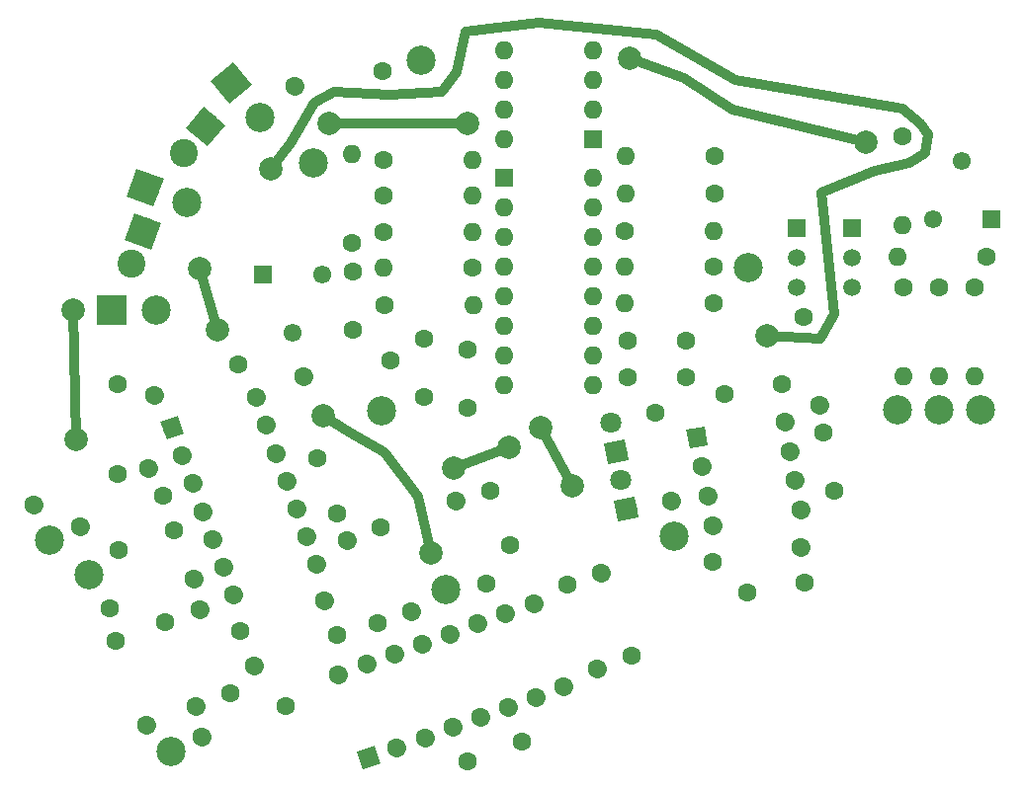
<source format=gbr>
G04 #@! TF.GenerationSoftware,KiCad,Pcbnew,(5.1.2-1)-1*
G04 #@! TF.CreationDate,2022-01-06T11:26:16-05:00*
G04 #@! TF.ProjectId,MS20_Filter_Clone,4d533230-5f46-4696-9c74-65725f436c6f,rev?*
G04 #@! TF.SameCoordinates,Original*
G04 #@! TF.FileFunction,Copper,L1,Top*
G04 #@! TF.FilePolarity,Positive*
%FSLAX46Y46*%
G04 Gerber Fmt 4.6, Leading zero omitted, Abs format (unit mm)*
G04 Created by KiCad (PCBNEW (5.1.2-1)-1) date 2022-01-06 11:26:16*
%MOMM*%
%LPD*%
G04 APERTURE LIST*
%ADD10C,1.998980*%
%ADD11C,2.499360*%
%ADD12R,1.500000X1.500000*%
%ADD13C,1.500000*%
%ADD14C,1.600000*%
%ADD15C,2.400000*%
%ADD16C,0.100000*%
%ADD17C,1.800000*%
%ADD18R,2.499360X2.499360*%
%ADD19C,1.600000*%
%ADD20O,1.600000X1.600000*%
%ADD21C,1.550000*%
%ADD22R,1.550000X1.550000*%
%ADD23R,1.600000X1.600000*%
%ADD24C,0.812800*%
G04 APERTURE END LIST*
D10*
X35160000Y-28210000D03*
X77710000Y-42490000D03*
X40170000Y-24320000D03*
X52030000Y-24290000D03*
X86150000Y-25920000D03*
X65890000Y-18770000D03*
X18500000Y-51420000D03*
X18230000Y-40320000D03*
X29070000Y-36770000D03*
X30630000Y-41990000D03*
X39690000Y-49350000D03*
X48900000Y-61150000D03*
X61010000Y-55390000D03*
X58260000Y-50440000D03*
X55570000Y-52110000D03*
X50840000Y-53850000D03*
D11*
X26640000Y-78200000D03*
X16171947Y-60058077D03*
X48006026Y-18929523D03*
D12*
X80170000Y-33270000D03*
D13*
X80170000Y-38350000D03*
X80170000Y-35810000D03*
D12*
X84979999Y-33300001D03*
D13*
X84979999Y-38380001D03*
X84979999Y-35840001D03*
D14*
X83395550Y-55784887D03*
X82527309Y-50860848D03*
X42170000Y-37010000D03*
X42170000Y-42010000D03*
X65730000Y-42930000D03*
X70730000Y-42930000D03*
X48300000Y-47750000D03*
X48300000Y-42750000D03*
X22139892Y-60929471D03*
X26838355Y-59219370D03*
X55657931Y-60510351D03*
X53947830Y-55811888D03*
X74004755Y-47560635D03*
X78928794Y-46692394D03*
X65720000Y-46050000D03*
X70720000Y-46050000D03*
D15*
X29595517Y-24620431D03*
D16*
G36*
X29447609Y-22929833D02*
G01*
X31286115Y-24472523D01*
X29743425Y-26311029D01*
X27904919Y-24768339D01*
X29447609Y-22929833D01*
X29447609Y-22929833D01*
G37*
D15*
X27717935Y-26858047D03*
D14*
X75948203Y-64571595D03*
X80872242Y-63703354D03*
X51992225Y-79062954D03*
X56690688Y-77352853D03*
X39133301Y-53031049D03*
X40843402Y-57729512D03*
X52000000Y-48720000D03*
X52000000Y-43720000D03*
D15*
X23212853Y-36332063D03*
X24211894Y-33587220D03*
D16*
G36*
X23494687Y-32049165D02*
G01*
X25749949Y-32870013D01*
X24929101Y-35125275D01*
X22673839Y-34304427D01*
X23494687Y-32049165D01*
X23494687Y-32049165D01*
G37*
D17*
X65619986Y-57365595D03*
D16*
G36*
X66662596Y-58095639D02*
G01*
X64889942Y-58408205D01*
X64577376Y-56635551D01*
X66350030Y-56322985D01*
X66662596Y-58095639D01*
X66662596Y-58095639D01*
G37*
D17*
X65178920Y-54864183D03*
X64317625Y-49979537D03*
X64758691Y-52480949D03*
D16*
G36*
X65801301Y-53210993D02*
G01*
X64028647Y-53523559D01*
X63716081Y-51750905D01*
X65488735Y-51438339D01*
X65801301Y-53210993D01*
X65801301Y-53210993D01*
G37*
D11*
X95980000Y-48900001D03*
X92400000Y-48889999D03*
X76050000Y-36690000D03*
X38770000Y-27720000D03*
X88819999Y-48890001D03*
X44670000Y-49000000D03*
X31790000Y-20860000D03*
D16*
G36*
X30029411Y-20705968D02*
G01*
X31944032Y-19099411D01*
X33550589Y-21014032D01*
X31635968Y-22620589D01*
X30029411Y-20705968D01*
X30029411Y-20705968D01*
G37*
D11*
X34239021Y-23778629D03*
X19577434Y-63011441D03*
X27959999Y-31140000D03*
X24379770Y-29836903D03*
D16*
G36*
X22778039Y-30583802D02*
G01*
X23632871Y-28235172D01*
X25981501Y-29090004D01*
X25126669Y-31438634D01*
X22778039Y-30583802D01*
X22778039Y-30583802D01*
G37*
D18*
X21570000Y-40350000D03*
D11*
X25380000Y-40350000D03*
X69707670Y-59701260D03*
X50178347Y-64313858D03*
D14*
X80793157Y-40910816D03*
X82116356Y-48415051D03*
D19*
X82116356Y-48415051D02*
X82116356Y-48415051D01*
D14*
X65500000Y-33530000D03*
D20*
X73120000Y-33530000D03*
D14*
X95490000Y-38390001D03*
D20*
X95490000Y-46010001D03*
X44840000Y-36720000D03*
D14*
X52460000Y-36720000D03*
D20*
X65490000Y-36630000D03*
D14*
X73110000Y-36630000D03*
D20*
X52450000Y-33610000D03*
D14*
X44830000Y-33610000D03*
D20*
X92400000Y-46000001D03*
D14*
X92400000Y-38380001D03*
X42120000Y-34590000D03*
D20*
X42120000Y-26970000D03*
D14*
X73110000Y-39770000D03*
D20*
X65490000Y-39770000D03*
X65550000Y-30340000D03*
D14*
X73170000Y-30340000D03*
X73180000Y-27120000D03*
D20*
X65560000Y-27120000D03*
D14*
X96490001Y-35720000D03*
D20*
X88870001Y-35720000D03*
D14*
X44870000Y-39870000D03*
D20*
X52490000Y-39870000D03*
X52440000Y-30500000D03*
D14*
X44820000Y-30500000D03*
X44810000Y-27420000D03*
D20*
X52430000Y-27420000D03*
X89260000Y-33080000D03*
D14*
X89260000Y-25460000D03*
X89309997Y-38380000D03*
D20*
X89309997Y-46000000D03*
D14*
X37935765Y-45973199D03*
D19*
X37935765Y-45973199D02*
X37935765Y-45973199D01*
D14*
X45440000Y-44650000D03*
X69437567Y-56672144D03*
D19*
X69437567Y-56672144D02*
X69437567Y-56672144D01*
D14*
X68114368Y-49167909D03*
X73030133Y-61958615D03*
X80534368Y-60635416D03*
D19*
X80534368Y-60635416D02*
X80534368Y-60635416D01*
D14*
X24639372Y-53879429D03*
D19*
X24639372Y-53879429D02*
X24639372Y-53879429D01*
D14*
X22033179Y-46718971D03*
X31654207Y-73152524D03*
X29048014Y-65992066D03*
D19*
X29048014Y-65992066D02*
X29048014Y-65992066D01*
D14*
X32345615Y-44966205D03*
X25185157Y-47572398D03*
D19*
X25185157Y-47572398D02*
X25185157Y-47572398D01*
D14*
X18792757Y-58838136D03*
D19*
X18792757Y-58838136D02*
X18792757Y-58838136D01*
D14*
X25953215Y-56231943D03*
X32543738Y-67848410D03*
X39704196Y-65242217D03*
D19*
X39704196Y-65242217D02*
X39704196Y-65242217D01*
D14*
X63449502Y-62825071D03*
D19*
X63449502Y-62825071D02*
X63449502Y-62825071D01*
D14*
X66055695Y-69985529D03*
X28554261Y-63319781D03*
D19*
X28554261Y-63319781D02*
X28554261Y-63319781D01*
D14*
X21393803Y-65925974D03*
X28745442Y-74253795D03*
D19*
X28745442Y-74253795D02*
X28745442Y-74253795D01*
D14*
X26139249Y-67093337D03*
X63139226Y-71036395D03*
D19*
X63139226Y-71036395D02*
X63139226Y-71036395D01*
D14*
X60533033Y-63875937D03*
X44731206Y-19821744D03*
X37226971Y-21144943D03*
D19*
X37226971Y-21144943D02*
X37226971Y-21144943D01*
D14*
X40861018Y-68215894D03*
X33700560Y-70822087D03*
D19*
X33700560Y-70822087D02*
X33700560Y-70822087D01*
D14*
X36405630Y-74307070D03*
X29245172Y-76913263D03*
D19*
X29245172Y-76913263D02*
X29245172Y-76913263D01*
D14*
X14857035Y-56971670D03*
D19*
X14857035Y-56971670D02*
X14857035Y-56971670D01*
D14*
X22017493Y-54365477D03*
X51009943Y-56657714D03*
D19*
X51009943Y-56657714D02*
X51009943Y-56657714D01*
D14*
X53616136Y-63818172D03*
X41681352Y-60031760D03*
D19*
X41681352Y-60031760D02*
X41681352Y-60031760D01*
D14*
X44287545Y-67192218D03*
X21907610Y-68702538D03*
X24513803Y-75862996D03*
D19*
X24513803Y-75862996D02*
X24513803Y-75862996D01*
D14*
X44600375Y-58958681D03*
X47206568Y-66119139D03*
D19*
X47206568Y-66119139D02*
X47206568Y-66119139D01*
D21*
X94370000Y-27540001D03*
D22*
X96870000Y-32540001D03*
D21*
X91870000Y-32540001D03*
X39530000Y-37280000D03*
D22*
X34530000Y-37280000D03*
D21*
X37030000Y-42280000D03*
D14*
X71678417Y-51240507D03*
D16*
G36*
X71029489Y-52167272D02*
G01*
X70751652Y-50591579D01*
X72327345Y-50313742D01*
X72605182Y-51889435D01*
X71029489Y-52167272D01*
X71029489Y-52167272D01*
G37*
D14*
X80505851Y-57421543D03*
D19*
X80505851Y-57421543D02*
X80505851Y-57421543D01*
D14*
X72119483Y-53741919D03*
D19*
X72119483Y-53741919D02*
X72119483Y-53741919D01*
D14*
X80064785Y-54920131D03*
D19*
X80064785Y-54920131D02*
X80064785Y-54920131D01*
D14*
X72560550Y-56243330D03*
D19*
X72560550Y-56243330D02*
X72560550Y-56243330D01*
D14*
X79623718Y-52418720D03*
D19*
X79623718Y-52418720D02*
X79623718Y-52418720D01*
D14*
X73001616Y-58744742D03*
D19*
X73001616Y-58744742D02*
X73001616Y-58744742D01*
D14*
X79182652Y-49917308D03*
D19*
X79182652Y-49917308D02*
X79182652Y-49917308D01*
D20*
X62780000Y-29010000D03*
X55160000Y-46790000D03*
X62780000Y-31550000D03*
X55160000Y-44250000D03*
X62780000Y-34090000D03*
X55160000Y-41710000D03*
X62780000Y-36630000D03*
X55160000Y-39170000D03*
X62780000Y-39170000D03*
X55160000Y-36630000D03*
X62780000Y-41710000D03*
X55160000Y-34090000D03*
X62780000Y-44250000D03*
X55160000Y-31550000D03*
X62780000Y-46790000D03*
D23*
X55160000Y-29010000D03*
D20*
X55150000Y-25670000D03*
X62770000Y-18050000D03*
X55150000Y-23130000D03*
X62770000Y-20590000D03*
X55150000Y-20590000D03*
X62770000Y-23130000D03*
X55150000Y-18050000D03*
D23*
X62770000Y-25670000D03*
D14*
X26717857Y-50409270D03*
D16*
G36*
X26239719Y-51434640D02*
G01*
X25692487Y-49931132D01*
X27195995Y-49383900D01*
X27743227Y-50887408D01*
X26239719Y-51434640D01*
X26239719Y-51434640D01*
G37*
D14*
X39090702Y-62123992D03*
D19*
X39090702Y-62123992D02*
X39090702Y-62123992D01*
D14*
X27586588Y-52796089D03*
D19*
X27586588Y-52796089D02*
X27586588Y-52796089D01*
D14*
X38221971Y-59737173D03*
D19*
X38221971Y-59737173D02*
X38221971Y-59737173D01*
D14*
X28455319Y-55182909D03*
D19*
X28455319Y-55182909D02*
X28455319Y-55182909D01*
D14*
X37353239Y-57350354D03*
D19*
X37353239Y-57350354D02*
X37353239Y-57350354D01*
D14*
X29324050Y-57569728D03*
D19*
X29324050Y-57569728D02*
X29324050Y-57569728D01*
D14*
X36484508Y-54963534D03*
D19*
X36484508Y-54963534D02*
X36484508Y-54963534D01*
D14*
X30192782Y-59956547D03*
D19*
X30192782Y-59956547D02*
X30192782Y-59956547D01*
D14*
X35615777Y-52576715D03*
D19*
X35615777Y-52576715D02*
X35615777Y-52576715D01*
D14*
X31061513Y-62343366D03*
D19*
X31061513Y-62343366D02*
X31061513Y-62343366D01*
D14*
X34747046Y-50189896D03*
D19*
X34747046Y-50189896D02*
X34747046Y-50189896D01*
D14*
X31930244Y-64730186D03*
D19*
X31930244Y-64730186D02*
X31930244Y-64730186D01*
D14*
X33878315Y-47803077D03*
D19*
X33878315Y-47803077D02*
X33878315Y-47803077D01*
D14*
X43557898Y-78695505D03*
D16*
G36*
X44583268Y-79173643D02*
G01*
X43079760Y-79720875D01*
X42532528Y-78217367D01*
X44036036Y-77670135D01*
X44583268Y-79173643D01*
X44583268Y-79173643D01*
G37*
D14*
X57659439Y-65453929D03*
D19*
X57659439Y-65453929D02*
X57659439Y-65453929D01*
D14*
X45944717Y-77826774D03*
D19*
X45944717Y-77826774D02*
X45944717Y-77826774D01*
D14*
X55272620Y-66322660D03*
D19*
X55272620Y-66322660D02*
X55272620Y-66322660D01*
D14*
X48331537Y-76958043D03*
D19*
X48331537Y-76958043D02*
X48331537Y-76958043D01*
D14*
X52885801Y-67191391D03*
D19*
X52885801Y-67191391D02*
X52885801Y-67191391D01*
D14*
X50718356Y-76089312D03*
D19*
X50718356Y-76089312D02*
X50718356Y-76089312D01*
D14*
X50498982Y-68060123D03*
D19*
X50498982Y-68060123D02*
X50498982Y-68060123D01*
D14*
X53105175Y-75220580D03*
D19*
X53105175Y-75220580D02*
X53105175Y-75220580D01*
D14*
X48112162Y-68928854D03*
D19*
X48112162Y-68928854D02*
X48112162Y-68928854D01*
D14*
X55491994Y-74351849D03*
D19*
X55491994Y-74351849D02*
X55491994Y-74351849D01*
D14*
X45725343Y-69797585D03*
D19*
X45725343Y-69797585D02*
X45725343Y-69797585D01*
D14*
X57878814Y-73483118D03*
D19*
X57878814Y-73483118D02*
X57878814Y-73483118D01*
D14*
X43338524Y-70666316D03*
D19*
X43338524Y-70666316D02*
X43338524Y-70666316D01*
D14*
X60265633Y-72614387D03*
D19*
X60265633Y-72614387D02*
X60265633Y-72614387D01*
D14*
X40951705Y-71535047D03*
D19*
X40951705Y-71535047D02*
X40951705Y-71535047D01*
D24*
X52030000Y-24290000D02*
X40170000Y-24320000D01*
X77710000Y-42490000D02*
X82230000Y-42750000D01*
X82230000Y-42750000D02*
X83460000Y-40650000D01*
X83460000Y-40650000D02*
X82320000Y-30290000D01*
X82320000Y-30290000D02*
X86880000Y-28360000D01*
X86880000Y-28360000D02*
X89870000Y-27740000D01*
X89870000Y-27740000D02*
X91180000Y-26870000D01*
X91180000Y-26870000D02*
X91450000Y-25290000D01*
X91450000Y-25290000D02*
X90830000Y-24320000D01*
X90830000Y-24320000D02*
X89250000Y-23090000D01*
X89250000Y-23090000D02*
X74940000Y-20630000D01*
X74940000Y-20630000D02*
X68190000Y-16680000D01*
X68190000Y-16680000D02*
X58090000Y-15720000D01*
X58090000Y-15720000D02*
X51860000Y-16420000D01*
X51860000Y-16420000D02*
X51070000Y-19930000D01*
X51070000Y-19930000D02*
X49840000Y-21600000D01*
X49840000Y-21600000D02*
X45360000Y-21860000D01*
X45360000Y-21860000D02*
X40620000Y-21600000D01*
X40620000Y-21600000D02*
X38870000Y-22560000D01*
X38870000Y-22560000D02*
X36850000Y-25990000D01*
X36850000Y-25990000D02*
X35160000Y-28210000D01*
X55570000Y-52110000D02*
X50840000Y-53850000D01*
X61010000Y-55390000D02*
X58260000Y-50440000D01*
X30630000Y-41990000D02*
X29070000Y-36770000D01*
X18500000Y-51420000D02*
X18230000Y-40320000D01*
X86150000Y-25920000D02*
X74730000Y-23120000D01*
X74730000Y-23120000D02*
X70590000Y-20420000D01*
X70590000Y-20420000D02*
X65890000Y-18770000D01*
X48900000Y-61150000D02*
X47800000Y-56370000D01*
X47800000Y-56370000D02*
X44920000Y-52520000D01*
X44920000Y-52520000D02*
X41960000Y-50830000D01*
X41960000Y-50830000D02*
X39690000Y-49350000D01*
M02*

</source>
